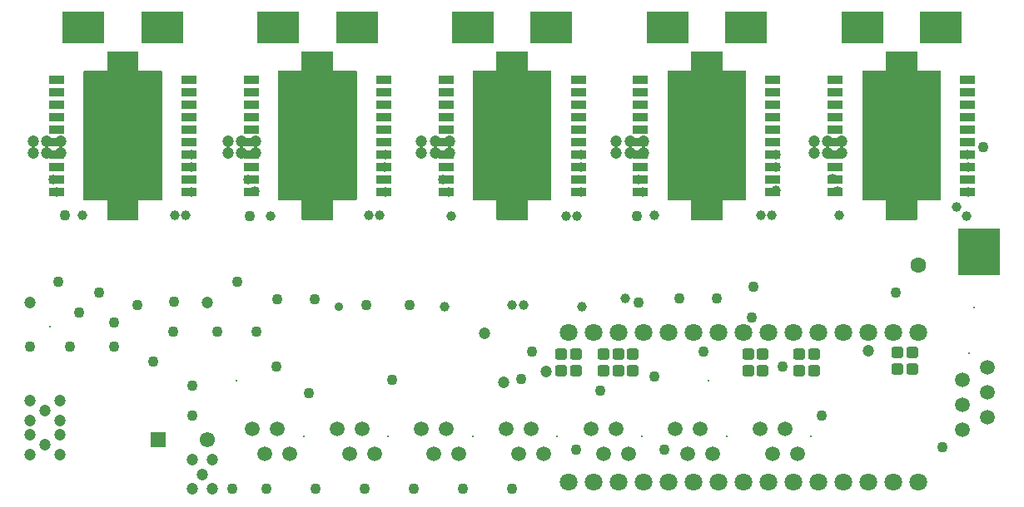
<source format=gbs>
G04 Layer_Color=16711935*
%FSLAX24Y24*%
%MOIN*%
G70*
G01*
G75*
G04:AMPARAMS|DCode=54|XSize=47.4mil|YSize=43.4mil|CornerRadius=8.4mil|HoleSize=0mil|Usage=FLASHONLY|Rotation=0.000|XOffset=0mil|YOffset=0mil|HoleType=Round|Shape=RoundedRectangle|*
%AMROUNDEDRECTD54*
21,1,0.0474,0.0266,0,0,0.0*
21,1,0.0305,0.0434,0,0,0.0*
1,1,0.0169,0.0153,-0.0133*
1,1,0.0169,-0.0153,-0.0133*
1,1,0.0169,-0.0153,0.0133*
1,1,0.0169,0.0153,0.0133*
%
%ADD54ROUNDEDRECTD54*%
%ADD60R,0.1655X0.1261*%
%ADD63R,0.1655X0.1891*%
%ADD77C,0.0710*%
%ADD78C,0.0080*%
%ADD79C,0.0080*%
%ADD80C,0.0592*%
%ADD81R,0.0612X0.0612*%
%ADD82C,0.0612*%
%ADD83C,0.0434*%
%ADD84C,0.0474*%
%ADD85C,0.0395*%
%ADD86C,0.0356*%
%ADD87C,0.0631*%
%ADD88R,0.0631X0.0356*%
G36*
X12480Y17953D02*
X12486Y17953D01*
X12491Y17952D01*
X12496Y17950D01*
X12500Y17948D01*
X12505Y17945D01*
X12509Y17942D01*
X12512Y17938D01*
X12515Y17933D01*
X12517Y17929D01*
X12519Y17924D01*
X12520Y17919D01*
X12520Y17913D01*
X12520Y17166D01*
X13425Y17166D01*
X13430Y17166D01*
X13436Y17165D01*
X13441Y17163D01*
X13445Y17161D01*
X13450Y17158D01*
X13454Y17154D01*
X13457Y17150D01*
X13460Y17146D01*
X13462Y17141D01*
X13464Y17136D01*
X13465Y17131D01*
X13465Y17126D01*
X13465Y12008D01*
X13465Y12003D01*
X13464Y11997D01*
X13462Y11993D01*
X13460Y11988D01*
X13457Y11983D01*
X13454Y11980D01*
X13450Y11976D01*
X13445Y11973D01*
X13441Y11971D01*
X13436Y11969D01*
X13430Y11968D01*
X13425Y11968D01*
X12520Y11968D01*
X12520Y11220D01*
X12520Y11215D01*
X12519Y11210D01*
X12517Y11205D01*
X12515Y11200D01*
X12512Y11196D01*
X12509Y11192D01*
X12505Y11189D01*
X12500Y11186D01*
X12496Y11183D01*
X12491Y11182D01*
X12486Y11181D01*
X12480Y11180D01*
X11299Y11180D01*
X11294Y11181D01*
X11289Y11182D01*
X11284Y11183D01*
X11279Y11186D01*
X11275Y11189D01*
X11271Y11192D01*
X11267Y11196D01*
X11264Y11200D01*
X11262Y11205D01*
X11260Y11210D01*
X11259Y11215D01*
X11259Y11220D01*
X11259Y11968D01*
X10354Y11968D01*
X10349Y11968D01*
X10344Y11969D01*
X10339Y11971D01*
X10334Y11973D01*
X10330Y11976D01*
X10326Y11980D01*
X10323Y11983D01*
X10320Y11988D01*
X10317Y11993D01*
X10316Y11997D01*
X10315Y12003D01*
X10314Y12008D01*
X10314Y17126D01*
X10315Y17131D01*
X10316Y17136D01*
X10317Y17141D01*
X10320Y17146D01*
X10323Y17150D01*
X10326Y17154D01*
X10330Y17158D01*
X10334Y17161D01*
X10339Y17163D01*
X10344Y17165D01*
X10349Y17166D01*
X10354Y17166D01*
X11259Y17166D01*
X11259Y17913D01*
X11259Y17919D01*
X11261Y17924D01*
X11262Y17929D01*
X11265Y17933D01*
X11267Y17938D01*
X11271Y17942D01*
X11275Y17945D01*
X11279Y17948D01*
X11284Y17950D01*
X11289Y17952D01*
X11294Y17953D01*
X11299Y17953D01*
X12480Y17953D01*
D02*
G37*
G36*
X4685D02*
X4690Y17953D01*
X4695Y17952D01*
X4700Y17950D01*
X4705Y17948D01*
X4709Y17945D01*
X4713Y17942D01*
X4717Y17938D01*
X4720Y17933D01*
X4722Y17929D01*
X4724Y17924D01*
X4725Y17919D01*
X4725Y17913D01*
X4725Y17166D01*
X5630Y17166D01*
X5635Y17166D01*
X5640Y17165D01*
X5645Y17163D01*
X5650Y17161D01*
X5654Y17158D01*
X5658Y17154D01*
X5662Y17150D01*
X5665Y17146D01*
X5667Y17141D01*
X5669Y17136D01*
X5670Y17131D01*
X5670Y17126D01*
X5670Y12008D01*
X5670Y12003D01*
X5669Y11997D01*
X5667Y11993D01*
X5665Y11988D01*
X5662Y11983D01*
X5658Y11980D01*
X5654Y11976D01*
X5650Y11973D01*
X5645Y11971D01*
X5640Y11969D01*
X5635Y11968D01*
X5630Y11968D01*
X4725Y11968D01*
X4725Y11220D01*
X4725Y11215D01*
X4724Y11210D01*
X4722Y11205D01*
X4720Y11200D01*
X4717Y11196D01*
X4713Y11192D01*
X4709Y11189D01*
X4705Y11186D01*
X4700Y11183D01*
X4695Y11182D01*
X4690Y11181D01*
X4685Y11180D01*
X3504Y11180D01*
X3499Y11181D01*
X3494Y11182D01*
X3489Y11183D01*
X3484Y11186D01*
X3480Y11189D01*
X3476Y11192D01*
X3472Y11196D01*
X3469Y11200D01*
X3467Y11205D01*
X3465Y11210D01*
X3464Y11215D01*
X3464Y11220D01*
X3464Y11968D01*
X2559Y11968D01*
X2554Y11968D01*
X2549Y11969D01*
X2544Y11971D01*
X2539Y11973D01*
X2535Y11976D01*
X2531Y11980D01*
X2527Y11983D01*
X2524Y11988D01*
X2522Y11993D01*
X2520Y11997D01*
X2519Y12003D01*
X2519Y12008D01*
X2519Y17126D01*
X2519Y17131D01*
X2520Y17136D01*
X2522Y17141D01*
X2524Y17146D01*
X2527Y17150D01*
X2531Y17154D01*
X2535Y17158D01*
X2539Y17161D01*
X2544Y17163D01*
X2549Y17165D01*
X2554Y17166D01*
X2559Y17166D01*
X3464Y17166D01*
X3464Y17913D01*
X3464Y17919D01*
X3465Y17924D01*
X3467Y17929D01*
X3469Y17933D01*
X3472Y17938D01*
X3476Y17942D01*
X3480Y17945D01*
X3484Y17948D01*
X3489Y17950D01*
X3494Y17952D01*
X3499Y17953D01*
X3504Y17953D01*
X4685Y17953D01*
D02*
G37*
G36*
X20276D02*
X20281Y17953D01*
X20286Y17952D01*
X20291Y17950D01*
X20296Y17948D01*
X20300Y17945D01*
X20304Y17942D01*
X20307Y17938D01*
X20310Y17933D01*
X20313Y17929D01*
X20314Y17924D01*
X20315Y17919D01*
X20316Y17913D01*
X20316Y17166D01*
X21220Y17166D01*
X21226Y17166D01*
X21231Y17165D01*
X21236Y17163D01*
X21241Y17161D01*
X21245Y17158D01*
X21249Y17154D01*
X21252Y17150D01*
X21255Y17146D01*
X21258Y17141D01*
X21259Y17136D01*
X21260Y17131D01*
X21261Y17126D01*
X21261Y12008D01*
X21260Y12003D01*
X21259Y11997D01*
X21258Y11993D01*
X21255Y11988D01*
X21252Y11983D01*
X21249Y11980D01*
X21245Y11976D01*
X21241Y11973D01*
X21236Y11971D01*
X21231Y11969D01*
X21226Y11968D01*
X21220Y11968D01*
X20316Y11968D01*
X20316Y11220D01*
X20315Y11215D01*
X20314Y11210D01*
X20313Y11205D01*
X20310Y11200D01*
X20307Y11196D01*
X20304Y11192D01*
X20300Y11189D01*
X20296Y11186D01*
X20291Y11183D01*
X20286Y11182D01*
X20281Y11181D01*
X20276Y11180D01*
X19094Y11180D01*
X19089Y11181D01*
X19084Y11182D01*
X19079Y11183D01*
X19074Y11186D01*
X19070Y11189D01*
X19066Y11192D01*
X19063Y11196D01*
X19060Y11200D01*
X19057Y11205D01*
X19056Y11210D01*
X19055Y11215D01*
X19054Y11220D01*
X19054Y11968D01*
X18150Y11968D01*
X18144Y11968D01*
X18139Y11969D01*
X18134Y11971D01*
X18130Y11973D01*
X18125Y11976D01*
X18121Y11980D01*
X18118Y11983D01*
X18115Y11988D01*
X18113Y11993D01*
X18111Y11997D01*
X18110Y12003D01*
X18110Y12008D01*
X18110Y17126D01*
X18110Y17131D01*
X18111Y17136D01*
X18113Y17141D01*
X18115Y17146D01*
X18118Y17150D01*
X18121Y17154D01*
X18125Y17158D01*
X18130Y17161D01*
X18134Y17163D01*
X18139Y17165D01*
X18144Y17166D01*
X18150Y17166D01*
X19054Y17166D01*
X19054Y17913D01*
X19055Y17919D01*
X19056Y17924D01*
X19057Y17929D01*
X19060Y17933D01*
X19063Y17938D01*
X19066Y17942D01*
X19070Y17945D01*
X19074Y17948D01*
X19079Y17950D01*
X19084Y17952D01*
X19089Y17953D01*
X19095Y17953D01*
X20276Y17953D01*
D02*
G37*
G36*
X35866D02*
X35871Y17953D01*
X35877Y17952D01*
X35882Y17950D01*
X35886Y17948D01*
X35891Y17945D01*
X35895Y17942D01*
X35898Y17938D01*
X35901Y17933D01*
X35903Y17929D01*
X35905Y17924D01*
X35906Y17919D01*
X35906Y17913D01*
X35906Y17166D01*
X36811Y17166D01*
X36816Y17166D01*
X36821Y17165D01*
X36826Y17163D01*
X36831Y17161D01*
X36835Y17158D01*
X36839Y17154D01*
X36843Y17150D01*
X36846Y17146D01*
X36848Y17141D01*
X36850Y17136D01*
X36851Y17131D01*
X36851Y17126D01*
X36851Y12008D01*
X36851Y12003D01*
X36850Y11997D01*
X36848Y11993D01*
X36846Y11988D01*
X36843Y11983D01*
X36839Y11980D01*
X36835Y11976D01*
X36831Y11973D01*
X36826Y11971D01*
X36821Y11969D01*
X36816Y11968D01*
X36811Y11968D01*
X35906Y11968D01*
X35906Y11220D01*
X35906Y11215D01*
X35905Y11210D01*
X35903Y11205D01*
X35901Y11200D01*
X35898Y11196D01*
X35894Y11192D01*
X35891Y11189D01*
X35886Y11186D01*
X35881Y11183D01*
X35877Y11182D01*
X35871Y11181D01*
X35866Y11180D01*
X34685Y11180D01*
X34680Y11181D01*
X34675Y11182D01*
X34670Y11183D01*
X34665Y11186D01*
X34661Y11189D01*
X34657Y11192D01*
X34653Y11196D01*
X34650Y11200D01*
X34648Y11205D01*
X34646Y11210D01*
X34645Y11215D01*
X34645Y11220D01*
X34645Y11968D01*
X33740Y11968D01*
X33735Y11968D01*
X33730Y11969D01*
X33725Y11971D01*
X33720Y11973D01*
X33716Y11976D01*
X33712Y11980D01*
X33708Y11983D01*
X33705Y11988D01*
X33703Y11993D01*
X33701Y11997D01*
X33700Y12003D01*
X33700Y12008D01*
X33700Y17126D01*
X33700Y17131D01*
X33701Y17136D01*
X33703Y17141D01*
X33705Y17146D01*
X33708Y17150D01*
X33712Y17154D01*
X33716Y17158D01*
X33720Y17161D01*
X33725Y17163D01*
X33730Y17165D01*
X33735Y17166D01*
X33740Y17166D01*
X34645Y17166D01*
X34645Y17913D01*
X34645Y17919D01*
X34646Y17924D01*
X34648Y17929D01*
X34650Y17933D01*
X34653Y17938D01*
X34657Y17942D01*
X34661Y17945D01*
X34665Y17948D01*
X34670Y17950D01*
X34675Y17952D01*
X34680Y17953D01*
X34685Y17953D01*
X35866Y17953D01*
D02*
G37*
G36*
X28071D02*
X28076Y17953D01*
X28081Y17952D01*
X28086Y17950D01*
X28091Y17948D01*
X28095Y17945D01*
X28099Y17942D01*
X28103Y17938D01*
X28106Y17933D01*
X28108Y17929D01*
X28110Y17924D01*
X28111Y17919D01*
X28111Y17913D01*
X28111Y17166D01*
X29016Y17166D01*
X29021Y17166D01*
X29026Y17165D01*
X29031Y17163D01*
X29036Y17161D01*
X29040Y17158D01*
X29044Y17154D01*
X29048Y17150D01*
X29050Y17146D01*
X29053Y17141D01*
X29054Y17136D01*
X29055Y17131D01*
X29056Y17126D01*
X29056Y12008D01*
X29055Y12003D01*
X29054Y11997D01*
X29053Y11993D01*
X29050Y11988D01*
X29048Y11983D01*
X29044Y11980D01*
X29040Y11976D01*
X29036Y11973D01*
X29031Y11971D01*
X29026Y11969D01*
X29021Y11968D01*
X29016Y11968D01*
X28111Y11968D01*
X28111Y11220D01*
X28111Y11215D01*
X28110Y11210D01*
X28108Y11205D01*
X28106Y11200D01*
X28103Y11196D01*
X28099Y11192D01*
X28095Y11189D01*
X28091Y11186D01*
X28086Y11183D01*
X28081Y11182D01*
X28076Y11181D01*
X28071Y11180D01*
X26890Y11180D01*
X26885Y11181D01*
X26879Y11182D01*
X26874Y11183D01*
X26870Y11186D01*
X26865Y11189D01*
X26861Y11192D01*
X26858Y11196D01*
X26855Y11200D01*
X26853Y11205D01*
X26851Y11210D01*
X26850Y11215D01*
X26850Y11220D01*
X26850Y11968D01*
X25945Y11968D01*
X25940Y11968D01*
X25935Y11969D01*
X25930Y11971D01*
X25925Y11973D01*
X25920Y11976D01*
X25917Y11980D01*
X25913Y11983D01*
X25910Y11988D01*
X25908Y11993D01*
X25906Y11997D01*
X25905Y12003D01*
X25905Y12008D01*
X25905Y17126D01*
X25905Y17131D01*
X25906Y17136D01*
X25908Y17141D01*
X25910Y17146D01*
X25913Y17150D01*
X25917Y17154D01*
X25920Y17158D01*
X25925Y17161D01*
X25930Y17163D01*
X25935Y17165D01*
X25940Y17166D01*
X25945Y17166D01*
X26850Y17166D01*
X26850Y17913D01*
X26850Y17919D01*
X26851Y17924D01*
X26853Y17929D01*
X26855Y17933D01*
X26858Y17938D01*
X26861Y17942D01*
X26865Y17945D01*
X26870Y17948D01*
X26874Y17950D01*
X26879Y17952D01*
X26885Y17953D01*
X26890Y17953D01*
X28071Y17953D01*
D02*
G37*
D54*
X22244Y5807D02*
D03*
Y5138D02*
D03*
X21654Y5807D02*
D03*
Y5138D02*
D03*
X35709Y5886D02*
D03*
Y5217D02*
D03*
X35118Y5886D02*
D03*
Y5217D02*
D03*
X31772Y5807D02*
D03*
Y5138D02*
D03*
X31181Y5807D02*
D03*
Y5138D02*
D03*
X24528Y5807D02*
D03*
Y5138D02*
D03*
X23937Y5807D02*
D03*
Y5138D02*
D03*
X23346Y5807D02*
D03*
Y5138D02*
D03*
X29724Y5807D02*
D03*
Y5138D02*
D03*
X29134Y5807D02*
D03*
Y5138D02*
D03*
D60*
X33701Y18898D02*
D03*
X36850D02*
D03*
X25906D02*
D03*
X29055D02*
D03*
X18110D02*
D03*
X21260D02*
D03*
X10315D02*
D03*
X13465D02*
D03*
X2520D02*
D03*
X5669D02*
D03*
D63*
X38386Y9921D02*
D03*
D77*
X35937Y661D02*
D03*
X34937D02*
D03*
X33937D02*
D03*
X32937D02*
D03*
X31937D02*
D03*
X30937D02*
D03*
X29937D02*
D03*
X28937D02*
D03*
X27937D02*
D03*
X26937D02*
D03*
X25937D02*
D03*
X24937D02*
D03*
X23937D02*
D03*
X22937D02*
D03*
X21937D02*
D03*
Y6661D02*
D03*
X22937D02*
D03*
X23937D02*
D03*
X24937D02*
D03*
X25937D02*
D03*
X26937D02*
D03*
X27937D02*
D03*
X28937D02*
D03*
X29937D02*
D03*
X30937D02*
D03*
X31937D02*
D03*
X32937D02*
D03*
X33937D02*
D03*
X34937D02*
D03*
X35937D02*
D03*
D78*
X8661Y4724D02*
D03*
X27559D02*
D03*
X38189Y7677D02*
D03*
X1181Y6890D02*
D03*
D79*
X11339Y2520D02*
D03*
X14724D02*
D03*
X18110D02*
D03*
X24882D02*
D03*
X37992Y5827D02*
D03*
X28268Y2520D02*
D03*
X31654D02*
D03*
X21496D02*
D03*
D80*
X9287Y2811D02*
D03*
X9787Y1811D02*
D03*
X10287Y2811D02*
D03*
X10787Y1811D02*
D03*
X12673Y2811D02*
D03*
X13173Y1811D02*
D03*
X13673Y2811D02*
D03*
X14173Y1811D02*
D03*
X16059Y2811D02*
D03*
X16559Y1811D02*
D03*
X17059Y2811D02*
D03*
X17559Y1811D02*
D03*
X22831Y2811D02*
D03*
X23331Y1811D02*
D03*
X23831Y2811D02*
D03*
X24331Y1811D02*
D03*
X38701Y5276D02*
D03*
X37701Y4776D02*
D03*
X38701Y4276D02*
D03*
X37701Y3776D02*
D03*
X38701Y3276D02*
D03*
X37701Y2776D02*
D03*
X26217Y2811D02*
D03*
X26717Y1811D02*
D03*
X27217Y2811D02*
D03*
X27717Y1811D02*
D03*
X29602Y2811D02*
D03*
X30102Y1811D02*
D03*
X30602Y2811D02*
D03*
X31102Y1811D02*
D03*
X19445Y2811D02*
D03*
X19945Y1811D02*
D03*
X20445Y2811D02*
D03*
X20945Y1811D02*
D03*
D81*
X5512Y2362D02*
D03*
D82*
X7480Y2362D02*
D03*
D83*
X29331Y8504D02*
D03*
X29291Y7283D02*
D03*
X6142Y7913D02*
D03*
X4685Y7756D02*
D03*
X36929Y2087D02*
D03*
X15591Y7756D02*
D03*
X13858D02*
D03*
X20472Y5906D02*
D03*
X35039Y8268D02*
D03*
X32087Y3346D02*
D03*
X25787Y1969D02*
D03*
X25394Y4921D02*
D03*
X27362Y5906D02*
D03*
X23228Y4331D02*
D03*
X22244Y1969D02*
D03*
X19685Y394D02*
D03*
X17717D02*
D03*
X15748D02*
D03*
X10236Y5315D02*
D03*
X9449Y6693D02*
D03*
X7874D02*
D03*
X6102D02*
D03*
X3740Y7087D02*
D03*
X13780Y394D02*
D03*
X11811D02*
D03*
X9843D02*
D03*
X8465D02*
D03*
X6890Y3346D02*
D03*
Y4528D02*
D03*
X5315Y5512D02*
D03*
X3740Y6102D02*
D03*
X1969D02*
D03*
X2362Y7480D02*
D03*
X394Y6102D02*
D03*
X24744Y7874D02*
D03*
X20039Y4803D02*
D03*
X11535Y4252D02*
D03*
X14882Y4764D02*
D03*
X3150Y8268D02*
D03*
X8681Y8720D02*
D03*
X1516D02*
D03*
X38543Y14094D02*
D03*
X11791Y8012D02*
D03*
X10291Y8016D02*
D03*
X26378Y8031D02*
D03*
X27874D02*
D03*
X35030Y11388D02*
D03*
X35541D02*
D03*
X24685Y11339D02*
D03*
X9173Y11339D02*
D03*
X1772Y11378D02*
D03*
X30512Y5315D02*
D03*
D84*
X24961Y14331D02*
D03*
X24409D02*
D03*
X32323D02*
D03*
X32874D02*
D03*
X32323Y13858D02*
D03*
X31772Y14331D02*
D03*
Y13858D02*
D03*
X32874D02*
D03*
X24409D02*
D03*
X24961D02*
D03*
X23858D02*
D03*
Y14331D02*
D03*
X16614Y13858D02*
D03*
X16063Y14331D02*
D03*
Y13858D02*
D03*
X17165D02*
D03*
X8858D02*
D03*
X9409D02*
D03*
X8307Y14331D02*
D03*
Y13858D02*
D03*
X512Y14331D02*
D03*
Y13858D02*
D03*
X1063D02*
D03*
X1614D02*
D03*
X1063Y14331D02*
D03*
X1614D02*
D03*
X1575Y2559D02*
D03*
X18583Y6654D02*
D03*
X19331Y4685D02*
D03*
X21063Y5118D02*
D03*
X394Y7874D02*
D03*
X7480D02*
D03*
X33937Y5938D02*
D03*
X394Y3937D02*
D03*
Y3150D02*
D03*
X1575D02*
D03*
Y3937D02*
D03*
X984Y3543D02*
D03*
X394Y2559D02*
D03*
Y1772D02*
D03*
X1575D02*
D03*
X984Y2165D02*
D03*
X7677Y394D02*
D03*
X6890D02*
D03*
Y1575D02*
D03*
X7677D02*
D03*
X7283Y984D02*
D03*
X16614Y14331D02*
D03*
X17165D02*
D03*
X8858Y14331D02*
D03*
X9409Y14331D02*
D03*
D85*
X6848Y13817D02*
D03*
X24213Y8031D02*
D03*
X36063Y16142D02*
D03*
X5276Y14961D02*
D03*
X4488Y12598D02*
D03*
X35276Y14567D02*
D03*
X35669Y14961D02*
D03*
X35276Y15354D02*
D03*
X36063D02*
D03*
Y14567D02*
D03*
X36457Y14961D02*
D03*
X35669Y14173D02*
D03*
X34882D02*
D03*
Y14961D02*
D03*
X34488Y14567D02*
D03*
Y15354D02*
D03*
X34094Y14961D02*
D03*
Y14173D02*
D03*
X34488Y13780D02*
D03*
X35276D02*
D03*
X36063D02*
D03*
X36457Y14173D02*
D03*
X35669Y15748D02*
D03*
X34882D02*
D03*
X34094D02*
D03*
Y16535D02*
D03*
X34488Y16142D02*
D03*
Y16929D02*
D03*
X34882Y16535D02*
D03*
X35276Y16142D02*
D03*
Y16929D02*
D03*
X35669Y16535D02*
D03*
X36063Y16929D02*
D03*
X34094Y13386D02*
D03*
X34882D02*
D03*
X35669D02*
D03*
X36457D02*
D03*
X36063Y12992D02*
D03*
X35276D02*
D03*
X34488D02*
D03*
X27480Y14567D02*
D03*
X27874Y14961D02*
D03*
X27480Y15354D02*
D03*
X28268D02*
D03*
Y14567D02*
D03*
X28661Y14961D02*
D03*
X27874Y14173D02*
D03*
X27087D02*
D03*
Y14961D02*
D03*
X26693Y14567D02*
D03*
Y15354D02*
D03*
X26299Y14961D02*
D03*
Y14173D02*
D03*
X26693Y13780D02*
D03*
X27480D02*
D03*
X28268D02*
D03*
X28661Y14173D02*
D03*
Y15748D02*
D03*
X27874D02*
D03*
X27087D02*
D03*
X26299D02*
D03*
Y16535D02*
D03*
X26693Y16142D02*
D03*
Y16929D02*
D03*
X27087Y16535D02*
D03*
X27480Y16142D02*
D03*
Y16929D02*
D03*
X28268Y16142D02*
D03*
X27874Y16535D02*
D03*
X28268Y16929D02*
D03*
X28661Y16535D02*
D03*
X26299Y13386D02*
D03*
X27087D02*
D03*
X27874D02*
D03*
X28661D02*
D03*
X28268Y12992D02*
D03*
X27480D02*
D03*
X26693D02*
D03*
X26299Y12598D02*
D03*
X27087D02*
D03*
X27874D02*
D03*
X28661D02*
D03*
X19685Y14567D02*
D03*
X20079Y14961D02*
D03*
X19685Y15354D02*
D03*
X20472D02*
D03*
Y14567D02*
D03*
X20866Y14961D02*
D03*
X20079Y14173D02*
D03*
X19291D02*
D03*
Y14961D02*
D03*
X18898Y14567D02*
D03*
Y15354D02*
D03*
X18504Y14961D02*
D03*
Y14173D02*
D03*
X18898Y13780D02*
D03*
X19685D02*
D03*
X20472D02*
D03*
X20866Y14173D02*
D03*
Y15748D02*
D03*
X20079D02*
D03*
X19291D02*
D03*
X18504D02*
D03*
Y16535D02*
D03*
X18898Y16142D02*
D03*
Y16929D02*
D03*
X19291Y16535D02*
D03*
X19685Y16142D02*
D03*
Y16929D02*
D03*
X20472Y16142D02*
D03*
X20079Y16535D02*
D03*
X20472Y16929D02*
D03*
X20866Y16535D02*
D03*
X18504Y13386D02*
D03*
X19291D02*
D03*
X20079D02*
D03*
X20866D02*
D03*
X20472Y12992D02*
D03*
X19685D02*
D03*
X18898D02*
D03*
X18504Y12598D02*
D03*
X19291D02*
D03*
X20079D02*
D03*
X20866D02*
D03*
X11890Y14567D02*
D03*
X12283Y14961D02*
D03*
X11890Y15354D02*
D03*
X12677D02*
D03*
Y14567D02*
D03*
X13071Y14961D02*
D03*
X12283Y14173D02*
D03*
X11496D02*
D03*
Y14961D02*
D03*
X11102Y14567D02*
D03*
Y15354D02*
D03*
X10709Y14961D02*
D03*
Y14173D02*
D03*
X11102Y13780D02*
D03*
X11890D02*
D03*
X12677D02*
D03*
X13071Y14173D02*
D03*
Y15748D02*
D03*
X12283D02*
D03*
X11496D02*
D03*
X10709D02*
D03*
Y16535D02*
D03*
X11102Y16142D02*
D03*
Y16929D02*
D03*
X11496Y16535D02*
D03*
X11890Y16142D02*
D03*
Y16929D02*
D03*
X12677Y16142D02*
D03*
X12283Y16535D02*
D03*
X12677Y16929D02*
D03*
X13071Y16535D02*
D03*
X10709Y13386D02*
D03*
X11496D02*
D03*
X12283D02*
D03*
X13071D02*
D03*
X12677Y12992D02*
D03*
X11890D02*
D03*
X11102D02*
D03*
X10709Y12598D02*
D03*
X11496D02*
D03*
X12283D02*
D03*
X13071D02*
D03*
X5276D02*
D03*
X3701D02*
D03*
X2913D02*
D03*
X3307Y12992D02*
D03*
X4094D02*
D03*
X4882D02*
D03*
X5276Y13386D02*
D03*
X4488D02*
D03*
X3701D02*
D03*
X2913D02*
D03*
X5276Y16535D02*
D03*
X4882Y16929D02*
D03*
X4488Y16535D02*
D03*
X4882Y16142D02*
D03*
X4094Y16929D02*
D03*
Y16142D02*
D03*
X3701Y16535D02*
D03*
X3307Y16929D02*
D03*
Y16142D02*
D03*
X2913Y16535D02*
D03*
Y15748D02*
D03*
X3701D02*
D03*
X4488D02*
D03*
X5276D02*
D03*
Y14173D02*
D03*
X4882Y13780D02*
D03*
X4094D02*
D03*
X3307D02*
D03*
X2913Y14173D02*
D03*
Y14961D02*
D03*
X3307Y15354D02*
D03*
Y14567D02*
D03*
X3701Y14961D02*
D03*
Y14173D02*
D03*
X4488D02*
D03*
X4882Y14567D02*
D03*
Y15354D02*
D03*
X4094D02*
D03*
X4488Y14961D02*
D03*
X4094Y14567D02*
D03*
X22480Y7717D02*
D03*
X16968D02*
D03*
X20157Y7756D02*
D03*
X19685D02*
D03*
X37926Y13819D02*
D03*
X37935Y13307D02*
D03*
X13937Y11378D02*
D03*
X6181Y11378D02*
D03*
X6614D02*
D03*
X17132Y12317D02*
D03*
X17244Y11339D02*
D03*
X16911Y12817D02*
D03*
X21850Y11339D02*
D03*
X22283D02*
D03*
X29646Y11378D02*
D03*
X30079D02*
D03*
X32717Y12323D02*
D03*
X32795Y11378D02*
D03*
X9370Y12323D02*
D03*
X30234Y13817D02*
D03*
X32520Y12835D02*
D03*
X30246Y13317D02*
D03*
X30236Y12362D02*
D03*
X24746Y12817D02*
D03*
X24921Y12305D02*
D03*
X1457Y12305D02*
D03*
X22435Y12317D02*
D03*
X6841Y13317D02*
D03*
X9116Y12817D02*
D03*
X6856Y12317D02*
D03*
X1321Y12817D02*
D03*
X14608Y13817D02*
D03*
X14596Y13317D02*
D03*
X14600Y12317D02*
D03*
X22443Y13817D02*
D03*
X22431Y13317D02*
D03*
X37959Y12317D02*
D03*
X37874Y11339D02*
D03*
X37480Y11693D02*
D03*
X14370Y11378D02*
D03*
X25394D02*
D03*
X10000Y11339D02*
D03*
X2480Y11378D02*
D03*
D86*
X12756Y7717D02*
D03*
D87*
X35945Y9370D02*
D03*
D88*
X37926Y12317D02*
D03*
Y13817D02*
D03*
Y12817D02*
D03*
Y13317D02*
D03*
Y15817D02*
D03*
Y16817D02*
D03*
Y16317D02*
D03*
Y14317D02*
D03*
Y15317D02*
D03*
Y14817D02*
D03*
X32626Y12817D02*
D03*
Y12317D02*
D03*
Y13317D02*
D03*
Y14317D02*
D03*
Y13817D02*
D03*
X35276Y14567D02*
D03*
X32626Y15317D02*
D03*
Y14817D02*
D03*
Y15817D02*
D03*
Y16817D02*
D03*
Y16317D02*
D03*
X30130Y12317D02*
D03*
Y13817D02*
D03*
Y12817D02*
D03*
Y13317D02*
D03*
Y15817D02*
D03*
Y16817D02*
D03*
Y16317D02*
D03*
Y14317D02*
D03*
Y15317D02*
D03*
Y14817D02*
D03*
X27480Y13386D02*
D03*
X24830Y12317D02*
D03*
Y12817D02*
D03*
Y13817D02*
D03*
Y13317D02*
D03*
Y15817D02*
D03*
Y16817D02*
D03*
Y16317D02*
D03*
Y14317D02*
D03*
Y15317D02*
D03*
Y14817D02*
D03*
X22335Y12317D02*
D03*
Y13817D02*
D03*
Y12817D02*
D03*
Y13317D02*
D03*
Y15817D02*
D03*
Y16817D02*
D03*
Y16317D02*
D03*
Y14317D02*
D03*
Y15317D02*
D03*
Y14817D02*
D03*
X17035Y12817D02*
D03*
Y12317D02*
D03*
Y13317D02*
D03*
Y14317D02*
D03*
Y13817D02*
D03*
X19685Y14567D02*
D03*
X17035Y15317D02*
D03*
Y14817D02*
D03*
Y15817D02*
D03*
Y16817D02*
D03*
Y16317D02*
D03*
X14540Y12317D02*
D03*
Y13817D02*
D03*
Y12817D02*
D03*
Y13317D02*
D03*
Y15817D02*
D03*
Y16817D02*
D03*
Y16317D02*
D03*
Y14317D02*
D03*
Y15317D02*
D03*
Y14817D02*
D03*
X9240Y12817D02*
D03*
Y12317D02*
D03*
Y13317D02*
D03*
Y14317D02*
D03*
Y13817D02*
D03*
X11890Y14567D02*
D03*
X9240Y15317D02*
D03*
Y14817D02*
D03*
Y15817D02*
D03*
Y16817D02*
D03*
Y16317D02*
D03*
X6744Y12317D02*
D03*
Y13817D02*
D03*
Y12817D02*
D03*
Y13317D02*
D03*
Y15817D02*
D03*
Y16817D02*
D03*
Y16317D02*
D03*
Y14317D02*
D03*
Y15317D02*
D03*
Y14817D02*
D03*
X1444Y12817D02*
D03*
Y12317D02*
D03*
Y13317D02*
D03*
Y14317D02*
D03*
Y13817D02*
D03*
X4094Y14567D02*
D03*
X1444Y15317D02*
D03*
Y14817D02*
D03*
Y15817D02*
D03*
Y16817D02*
D03*
Y16317D02*
D03*
M02*

</source>
